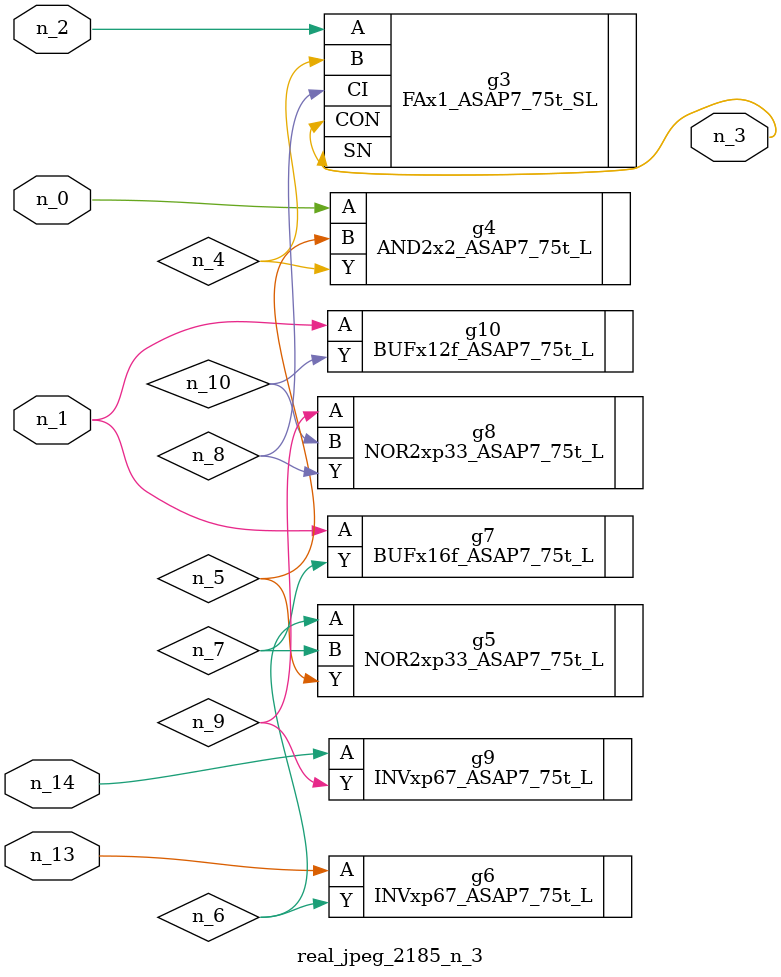
<source format=v>
module real_jpeg_2185_n_3 (n_0, n_1, n_14, n_2, n_13, n_3);

input n_0;
input n_1;
input n_14;
input n_2;
input n_13;

output n_3;

wire n_5;
wire n_4;
wire n_8;
wire n_6;
wire n_7;
wire n_10;
wire n_9;

AND2x2_ASAP7_75t_L g4 ( 
.A(n_0),
.B(n_5),
.Y(n_4)
);

BUFx16f_ASAP7_75t_L g7 ( 
.A(n_1),
.Y(n_7)
);

BUFx12f_ASAP7_75t_L g10 ( 
.A(n_1),
.Y(n_10)
);

FAx1_ASAP7_75t_SL g3 ( 
.A(n_2),
.B(n_4),
.CI(n_8),
.CON(n_3),
.SN(n_3)
);

NOR2xp33_ASAP7_75t_L g5 ( 
.A(n_6),
.B(n_7),
.Y(n_5)
);

NOR2xp33_ASAP7_75t_L g8 ( 
.A(n_9),
.B(n_10),
.Y(n_8)
);

INVxp67_ASAP7_75t_L g6 ( 
.A(n_13),
.Y(n_6)
);

INVxp67_ASAP7_75t_L g9 ( 
.A(n_14),
.Y(n_9)
);


endmodule
</source>
